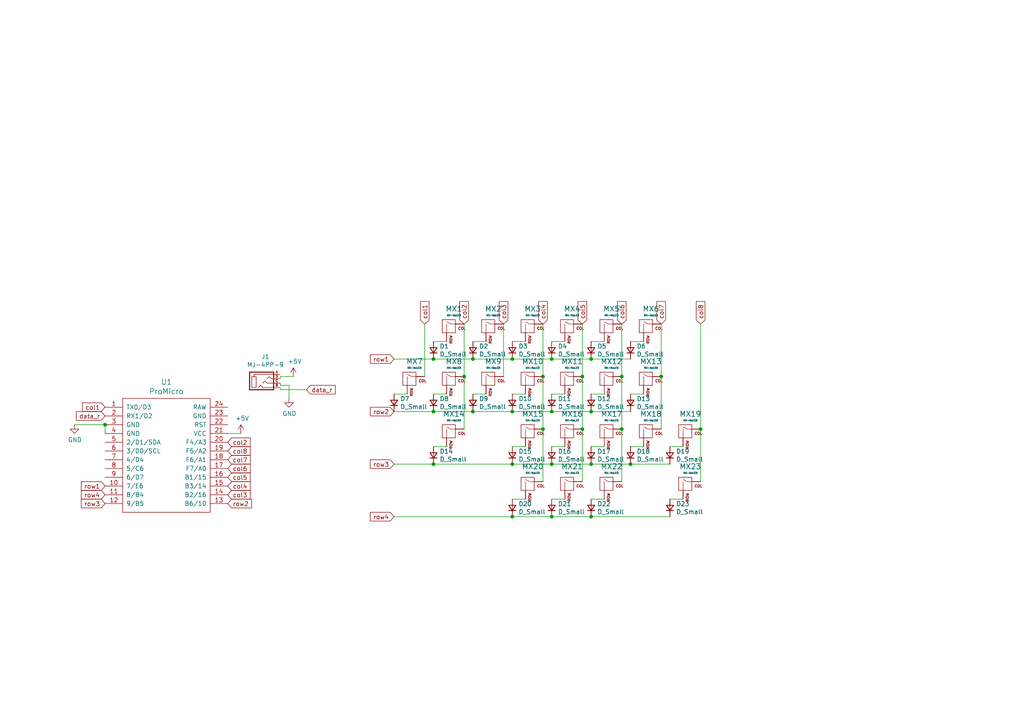
<source format=kicad_sch>
(kicad_sch (version 20211123) (generator eeschema)
  (paper "A4")
  (lib_symbols
    (symbol "Device:D_Small" (pin_numbers hide) (pin_names (offset 0.254) hide)
      (property "Reference" "D" (at -1.27 2.032 0))
      (property "Value" "D_Small" (at -3.81 -2.032 0))
      (symbol "D_Small_0_1"
        (polyline (pts (xy -0.762 -1.016) (xy -0.762 1.016)) (stroke (width 0.254)))
        (polyline (pts (xy -0.762 0) (xy 0.762 0)))
        (polyline (pts (xy 0.762 -1.016) (xy -0.762 0) (xy 0.762 1.016) (xy 0.762 -1.016)) (stroke (width 0.254)))
      )
      (symbol "D_Small_1_1"
        (pin passive line (at -2.54 0 0) (length 1.778) (name "K") (number "1"))
        (pin passive line (at 2.54 0 180) (length 1.778) (name "A") (number "2"))
      )
    )
    (symbol "MX_Alps_Hybrid:MX-NoLED" (pin_names (offset 1.016))
      (property "Reference" "MX" (at -0.635 3.81 0))
      (property "Value" "MX_Alps_Hybrid_MX-NoLED" (at -0.635 1.27 0))
      (symbol "MX-NoLED_0_0"
        (rectangle (start -2.54 2.54) (end 1.27 -1.27))
        (polyline (pts (xy -1.27 -1.27) (xy -1.27 1.27)) (stroke (width 0.127)))
        (polyline (pts (xy 1.27 1.27) (xy 0 1.27) (xy -1.27 1.905)) (stroke (width 0.127)))
        (text "COL" (at 3.175 0 0) (effects (font (size 0.762 0.762))))
        (text "ROW" (at 0 -1.905 900) (effects (font (size 0.762 0.762)) (justify right)))
      )
      (symbol "MX-NoLED_1_1"
        (pin passive line (at 3.81 1.27 180) (length 2.54) (name "COL") (number "1"))
        (pin passive line (at -1.27 -3.81 90) (length 2.54) (name "ROW") (number "2"))
      )
    )
    (symbol "WTL-Split-Left-rescue:MJ-4PP-9-kbd" (pin_names (offset 1.016))
      (property "Reference" "J" (at 0 3.81 0))
      (property "Value" "MJ-4PP-9-kbd" (at 0 -3.81 0))
      (symbol "MJ-4PP-9-kbd_0_1"
        (rectangle (start -1.905 -1.905) (end -3.175 1.27))
        (polyline (pts (xy -2.54 1.27) (xy -2.54 1.905) (xy 3.175 1.905)))
        (polyline (pts (xy -1.27 -1.905) (xy -0.635 -1.27) (xy 0 -1.905) (xy 3.175 -1.905)))
        (polyline (pts (xy 0 -0.635) (xy 0.635 0) (xy 1.27 -0.635) (xy 3.175 -0.635)))
        (polyline (pts (xy 1.27 0.635) (xy 1.905 1.27) (xy 2.54 0.635) (xy 3.175 0.635)))
        (rectangle (start 3.175 2.54) (end -3.81 -2.54) (stroke (width 0.3048)))
      )
      (symbol "MJ-4PP-9-kbd_1_1"
        (pin input line (at 5.08 1.905 180) (length 2.0066) (name "~") (number "A"))
        (pin input line (at 5.08 -1.905 180) (length 2.0066) (name "~") (number "B"))
        (pin input line (at 5.08 -0.635 180) (length 2.0066) (name "~") (number "C"))
        (pin input line (at 5.08 0.635 180) (length 2.0066) (name "~") (number "D"))
      )
    )
    (symbol "WTL-Split-Left-rescue:ProMicro-kbd" (pin_names (offset 1.016))
      (property "Reference" "U" (at 0 19.05 0))
      (property "Value" "ProMicro-kbd" (at 0 -19.05 0))
      (symbol "ProMicro-kbd_0_1"
        (rectangle (start -12.7 16.51) (end 12.7 -16.51))
      )
      (symbol "ProMicro-kbd_1_1"
        (pin bidirectional line (at -17.78 13.97 0) (length 5.08) (name "TX0/D3") (number "1"))
        (pin bidirectional line (at -17.78 -8.89 0) (length 5.08) (name "7/E6") (number "10"))
        (pin bidirectional line (at -17.78 -11.43 0) (length 5.08) (name "8/B4") (number "11"))
        (pin bidirectional line (at -17.78 -13.97 0) (length 5.08) (name "9/B5") (number "12"))
        (pin bidirectional line (at 17.78 -13.97 180) (length 5.08) (name "B6/10") (number "13"))
        (pin bidirectional line (at 17.78 -11.43 180) (length 5.08) (name "B2/16") (number "14"))
        (pin bidirectional line (at 17.78 -8.89 180) (length 5.08) (name "B3/14") (number "15"))
        (pin bidirectional line (at 17.78 -6.35 180) (length 5.08) (name "B1/15") (number "16"))
        (pin bidirectional line (at 17.78 -3.81 180) (length 5.08) (name "F7/A0") (number "17"))
        (pin bidirectional line (at 17.78 -1.27 180) (length 5.08) (name "F6/A1") (number "18"))
        (pin bidirectional line (at 17.78 1.27 180) (length 5.08) (name "F5/A2") (number "19"))
        (pin bidirectional line (at -17.78 11.43 0) (length 5.08) (name "RX1/D2") (number "2"))
        (pin bidirectional line (at 17.78 3.81 180) (length 5.08) (name "F4/A3") (number "20"))
        (pin power_in line (at 17.78 6.35 180) (length 5.08) (name "VCC") (number "21"))
        (pin input line (at 17.78 8.89 180) (length 5.08) (name "RST") (number "22"))
        (pin power_in line (at 17.78 11.43 180) (length 5.08) (name "GND") (number "23"))
        (pin power_out line (at 17.78 13.97 180) (length 5.08) (name "RAW") (number "24"))
        (pin power_in line (at -17.78 8.89 0) (length 5.08) (name "GND") (number "3"))
        (pin power_in line (at -17.78 6.35 0) (length 5.08) (name "GND") (number "4"))
        (pin bidirectional line (at -17.78 3.81 0) (length 5.08) (name "2/D1/SDA") (number "5"))
        (pin bidirectional line (at -17.78 1.27 0) (length 5.08) (name "3/D0/SCL") (number "6"))
        (pin bidirectional line (at -17.78 -1.27 0) (length 5.08) (name "4/D4") (number "7"))
        (pin bidirectional line (at -17.78 -3.81 0) (length 5.08) (name "5/C6") (number "8"))
        (pin bidirectional line (at -17.78 -6.35 0) (length 5.08) (name "6/D7") (number "9"))
      )
    )
    (symbol "power:+5V" (power) (pin_names (offset 0))
      (property "Value" "+5V" (at 0 3.556 0))
      (symbol "+5V_0_1"
        (polyline (pts (xy -0.762 1.27) (xy 0 2.54)))
        (polyline (pts (xy 0 0) (xy 0 2.54)))
        (polyline (pts (xy 0 2.54) (xy 0.762 1.27)))
      )
      (symbol "+5V_1_1"
        (pin power_in line (at 0 0 90) (length 0) hide (name "+5V") (number "1"))
      )
    )
    (symbol "power:GND" (power) (pin_names (offset 0))
      (property "Value" "GND" (at 0 -3.81 0))
      (symbol "GND_0_1"
        (polyline (pts (xy 0 0) (xy 0 -1.27) (xy 1.27 -1.27) (xy 0 -2.54) (xy -1.27 -1.27) (xy 0 -1.27)))
      )
      (symbol "GND_1_1"
        (pin power_in line (at 0 0 270) (length 0) hide (name "GND") (number "1"))
      )
    )
  )
  (junction (at 30.48 123.19))
  (junction (at 171.45 149.86))
  (junction (at 137.16 104.14))
  (junction (at 137.16 119.38))
  (junction (at 148.59 104.14))
  (junction (at 171.45 119.38))
  (junction (at 171.45 104.14))
  (junction (at 171.45 134.62))
  (junction (at 148.59 149.86))
  (junction (at 160.02 104.14))
  (junction (at 148.59 134.62))
  (junction (at 180.34 109.22))
  (junction (at 160.02 119.38))
  (junction (at 157.48 124.46))
  (junction (at 168.91 109.22))
  (junction (at 125.73 104.14))
  (junction (at 134.62 109.22))
  (junction (at 125.73 134.62))
  (junction (at 160.02 149.86))
  (junction (at 148.59 119.38))
  (junction (at 157.48 109.22))
  (junction (at 160.02 134.62))
  (junction (at 180.34 124.46))
  (junction (at 203.2 124.46))
  (junction (at 125.73 119.38))
  (junction (at 182.88 134.62))
  (junction (at 191.77 109.22))
  (junction (at 168.91 124.46))
  (wire (pts (xy 157.48 93.98) (xy 157.48 109.22)))
  (wire (pts (xy 182.88 134.62) (xy 194.31 134.62)))
  (wire (pts (xy 168.91 93.98) (xy 168.91 109.22)))
  (wire (pts (xy 81.28 111.125) (xy 81.28 111.76)))
  (wire (pts (xy 81.28 111.76) (xy 83.82 111.76)))
  (wire (pts (xy 182.88 99.06) (xy 186.69 99.06)))
  (wire (pts (xy 125.73 119.38) (xy 137.16 119.38)))
  (wire (pts (xy 171.45 149.86) (xy 194.31 149.86)))
  (wire (pts (xy 171.45 99.06) (xy 175.26 99.06)))
  (wire (pts (xy 180.34 109.22) (xy 180.34 124.46)))
  (wire (pts (xy 134.62 93.98) (xy 134.62 109.22)))
  (wire (pts (xy 137.16 119.38) (xy 148.59 119.38)))
  (wire (pts (xy 148.59 149.86) (xy 160.02 149.86)))
  (wire (pts (xy 125.73 134.62) (xy 148.59 134.62)))
  (wire (pts (xy 81.28 109.22) (xy 81.28 109.855)))
  (wire (pts (xy 148.59 104.14) (xy 137.16 104.14)))
  (wire (pts (xy 171.45 129.54) (xy 175.26 129.54)))
  (wire (pts (xy 160.02 144.78) (xy 163.83 144.78)))
  (wire (pts (xy 160.02 134.62) (xy 171.45 134.62)))
  (wire (pts (xy 81.28 113.03) (xy 88.9 113.03)))
  (wire (pts (xy 123.19 93.98) (xy 123.19 109.22)))
  (wire (pts (xy 125.73 129.54) (xy 129.54 129.54)))
  (wire (pts (xy 137.16 114.3) (xy 140.97 114.3)))
  (wire (pts (xy 21.59 123.19) (xy 30.48 123.19)))
  (wire (pts (xy 182.88 114.3) (xy 186.69 114.3)))
  (wire (pts (xy 134.62 109.22) (xy 134.62 124.46)))
  (wire (pts (xy 148.59 114.3) (xy 152.4 114.3)))
  (wire (pts (xy 160.02 99.06) (xy 163.83 99.06)))
  (wire (pts (xy 171.45 119.38) (xy 182.88 119.38)))
  (wire (pts (xy 148.59 129.54) (xy 152.4 129.54)))
  (wire (pts (xy 182.88 129.54) (xy 186.69 129.54)))
  (wire (pts (xy 125.73 104.14) (xy 137.16 104.14)))
  (wire (pts (xy 168.91 124.46) (xy 168.91 139.7)))
  (wire (pts (xy 171.45 144.78) (xy 175.26 144.78)))
  (wire (pts (xy 114.3 119.38) (xy 125.73 119.38)))
  (wire (pts (xy 137.16 99.06) (xy 140.97 99.06)))
  (wire (pts (xy 160.02 114.3) (xy 163.83 114.3)))
  (wire (pts (xy 157.48 124.46) (xy 157.48 139.7)))
  (wire (pts (xy 125.73 114.3) (xy 129.54 114.3)))
  (wire (pts (xy 191.77 93.98) (xy 191.77 109.22)))
  (wire (pts (xy 157.48 109.22) (xy 157.48 124.46)))
  (wire (pts (xy 114.3 134.62) (xy 125.73 134.62)))
  (wire (pts (xy 114.3 104.14) (xy 125.73 104.14)))
  (wire (pts (xy 160.02 119.38) (xy 171.45 119.38)))
  (wire (pts (xy 194.31 144.78) (xy 198.12 144.78)))
  (wire (pts (xy 148.59 144.78) (xy 152.4 144.78)))
  (wire (pts (xy 171.45 134.62) (xy 182.88 134.62)))
  (wire (pts (xy 171.45 114.3) (xy 175.26 114.3)))
  (wire (pts (xy 203.2 93.98) (xy 203.2 124.46)))
  (wire (pts (xy 148.59 119.38) (xy 160.02 119.38)))
  (wire (pts (xy 203.2 124.46) (xy 203.2 139.7)))
  (wire (pts (xy 66.04 125.73) (xy 69.85 125.73)))
  (wire (pts (xy 146.05 93.98) (xy 146.05 109.22)))
  (wire (pts (xy 83.82 111.76) (xy 83.82 115.57)))
  (wire (pts (xy 168.91 109.22) (xy 168.91 124.46)))
  (wire (pts (xy 148.59 134.62) (xy 160.02 134.62)))
  (wire (pts (xy 148.59 99.06) (xy 152.4 99.06)))
  (wire (pts (xy 180.34 93.98) (xy 180.34 109.22)))
  (wire (pts (xy 171.45 104.14) (xy 160.02 104.14)))
  (wire (pts (xy 114.3 149.86) (xy 148.59 149.86)))
  (wire (pts (xy 30.48 125.73) (xy 30.48 123.19)))
  (wire (pts (xy 160.02 104.14) (xy 148.59 104.14)))
  (wire (pts (xy 160.02 129.54) (xy 163.83 129.54)))
  (wire (pts (xy 191.77 109.22) (xy 191.77 124.46)))
  (wire (pts (xy 81.28 109.22) (xy 85.09 109.22)))
  (wire (pts (xy 194.31 129.54) (xy 198.12 129.54)))
  (wire (pts (xy 125.73 99.06) (xy 129.54 99.06)))
  (wire (pts (xy 180.34 124.46) (xy 180.34 139.7)))
  (wire (pts (xy 114.3 114.3) (xy 118.11 114.3)))
  (wire (pts (xy 182.88 104.14) (xy 171.45 104.14)))
  (wire (pts (xy 160.02 149.86) (xy 171.45 149.86)))
  (wire (pts (xy 81.28 112.395) (xy 81.28 113.03)))
  (global_label "row1" (shape input) (at 114.3 104.14 180) (property "Intersheet References" "${INTERSHEET_REFS}" (effects hide)))
  (global_label "col1" (shape input) (at 30.48 118.11 180) (property "Intersheet References" "${INTERSHEET_REFS}" (effects hide)))
  (global_label "col1" (shape input) (at 123.19 93.98 90) (property "Intersheet References" "${INTERSHEET_REFS}" (effects hide)))
  (global_label "col5" (shape input) (at 66.04 138.43 0) (property "Intersheet References" "${INTERSHEET_REFS}" (effects hide)))
  (global_label "col8" (shape input) (at 203.2 93.98 90) (property "Intersheet References" "${INTERSHEET_REFS}" (effects hide)))
  (global_label "row2" (shape input) (at 114.3 119.38 180) (property "Intersheet References" "${INTERSHEET_REFS}" (effects hide)))
  (global_label "col6" (shape input) (at 66.04 135.89 0) (property "Intersheet References" "${INTERSHEET_REFS}" (effects hide)))
  (global_label "col2" (shape input) (at 134.62 93.98 90) (property "Intersheet References" "${INTERSHEET_REFS}" (effects hide)))
  (global_label "col4" (shape input) (at 66.04 140.97 0) (property "Intersheet References" "${INTERSHEET_REFS}" (effects hide)))
  (global_label "row3" (shape input) (at 30.48 146.05 180) (property "Intersheet References" "${INTERSHEET_REFS}" (effects hide)))
  (global_label "col4" (shape input) (at 157.48 93.98 90) (property "Intersheet References" "${INTERSHEET_REFS}" (effects hide)))
  (global_label "col7" (shape input) (at 66.04 133.35 0) (property "Intersheet References" "${INTERSHEET_REFS}" (effects hide)))
  (global_label "col2" (shape input) (at 66.04 128.27 0) (property "Intersheet References" "${INTERSHEET_REFS}" (effects hide)))
  (global_label "row3" (shape input) (at 114.3 134.62 180) (property "Intersheet References" "${INTERSHEET_REFS}" (effects hide)))
  (global_label "col6" (shape input) (at 180.34 93.98 90) (property "Intersheet References" "${INTERSHEET_REFS}" (effects hide)))
  (global_label "row1" (shape input) (at 30.48 140.97 180) (property "Intersheet References" "${INTERSHEET_REFS}" (effects hide)))
  (global_label "col3" (shape input) (at 146.05 93.98 90) (property "Intersheet References" "${INTERSHEET_REFS}" (effects hide)))
  (global_label "col5" (shape input) (at 168.91 93.98 90) (property "Intersheet References" "${INTERSHEET_REFS}" (effects hide)))
  (global_label "col8" (shape input) (at 66.04 130.81 0) (property "Intersheet References" "${INTERSHEET_REFS}" (effects hide)))
  (global_label "data_r" (shape input) (at 88.9 113.03 0) (property "Intersheet References" "${INTERSHEET_REFS}" (effects hide)))
  (global_label "row4" (shape input) (at 114.3 149.86 180) (property "Intersheet References" "${INTERSHEET_REFS}" (effects hide)))
  (global_label "row2" (shape input) (at 66.04 146.05 0) (property "Intersheet References" "${INTERSHEET_REFS}" (effects hide)))
  (global_label "col7" (shape input) (at 191.77 93.98 90) (property "Intersheet References" "${INTERSHEET_REFS}" (effects hide)))
  (global_label "data_r" (shape input) (at 30.48 120.65 180) (property "Intersheet References" "${INTERSHEET_REFS}" (effects hide)))
  (global_label "row4" (shape input) (at 30.48 143.51 180) (property "Intersheet References" "${INTERSHEET_REFS}" (effects hide)))
  (global_label "col3" (shape input) (at 66.04 143.51 0) (property "Intersheet References" "${INTERSHEET_REFS}" (effects hide)))
  (symbol (lib_id "power:+5V") (at 69.85 125.73 0) (unit 1)
    (property "Reference" "#PWR0104" (effects hide))
    (property "Value" "+5V" (at 70.231 121.3358 0))
  )
  (symbol (lib_id "MX_Alps_Hybrid:MX-NoLED") (at 130.81 95.25 0) (unit 1)
    (property "Reference" "MX1" (at 131.6482 89.5858 0) (effects (font (size 1.524 1.524))))
    (property "Value" "MX-NoLED" (at 131.6482 91.4654 0) (effects (font (size 0.508 0.508))))
    (property "Footprint" "MX_Only:MXOnly-1U-NoLED" (effects hide))
  )
  (symbol (lib_id "Device:D_Small") (at 125.73 101.6 90) (unit 1)
    (property "Reference" "D1" (at 127.508 100.4316 90) (effects (justify right)))
    (property "Value" "D_Small" (at 127.508 102.743 90) (effects (justify right)))
    (property "Footprint" "kbd:D3_SMD_v2" (effects hide))
  )
  (symbol (lib_id "MX_Alps_Hybrid:MX-NoLED") (at 142.24 95.25 0) (unit 1)
    (property "Reference" "MX2" (at 143.0782 89.5858 0) (effects (font (size 1.524 1.524))))
    (property "Value" "MX-NoLED" (at 143.0782 91.4654 0) (effects (font (size 0.508 0.508))))
    (property "Footprint" "MX_Only:MXOnly-1U-NoLED" (effects hide))
  )
  (symbol (lib_id "Device:D_Small") (at 137.16 101.6 90) (unit 1)
    (property "Reference" "D2" (at 138.938 100.4316 90) (effects (justify right)))
    (property "Value" "D_Small" (at 138.938 102.743 90) (effects (justify right)))
    (property "Footprint" "kbd:D3_SMD_v2" (effects hide))
  )
  (symbol (lib_id "MX_Alps_Hybrid:MX-NoLED") (at 153.67 95.25 0) (unit 1)
    (property "Reference" "MX3" (at 154.5082 89.5858 0) (effects (font (size 1.524 1.524))))
    (property "Value" "MX-NoLED" (at 154.5082 91.4654 0) (effects (font (size 0.508 0.508))))
    (property "Footprint" "MX_Only:MXOnly-1U-NoLED" (effects hide))
  )
  (symbol (lib_id "Device:D_Small") (at 148.59 101.6 90) (unit 1)
    (property "Reference" "D3" (at 150.368 100.4316 90) (effects (justify right)))
    (property "Value" "D_Small" (at 150.368 102.743 90) (effects (justify right)))
    (property "Footprint" "kbd:D3_SMD_v2" (effects hide))
  )
  (symbol (lib_id "MX_Alps_Hybrid:MX-NoLED") (at 165.1 95.25 0) (unit 1)
    (property "Reference" "MX4" (at 165.9382 89.5858 0) (effects (font (size 1.524 1.524))))
    (property "Value" "MX-NoLED" (at 165.9382 91.4654 0) (effects (font (size 0.508 0.508))))
    (property "Footprint" "MX_Only:MXOnly-1U-NoLED" (effects hide))
  )
  (symbol (lib_id "Device:D_Small") (at 160.02 101.6 90) (unit 1)
    (property "Reference" "D4" (at 161.798 100.4316 90) (effects (justify right)))
    (property "Value" "D_Small" (at 161.798 102.743 90) (effects (justify right)))
    (property "Footprint" "kbd:D3_SMD_v2" (effects hide))
  )
  (symbol (lib_id "MX_Alps_Hybrid:MX-NoLED") (at 176.53 95.25 0) (unit 1)
    (property "Reference" "MX5" (at 177.3682 89.5858 0) (effects (font (size 1.524 1.524))))
    (property "Value" "MX-NoLED" (at 177.3682 91.4654 0) (effects (font (size 0.508 0.508))))
    (property "Footprint" "MX_Only:MXOnly-1U-NoLED" (effects hide))
  )
  (symbol (lib_id "Device:D_Small") (at 171.45 101.6 90) (unit 1)
    (property "Reference" "D5" (at 173.228 100.4316 90) (effects (justify right)))
    (property "Value" "D_Small" (at 173.228 102.743 90) (effects (justify right)))
    (property "Footprint" "kbd:D3_SMD_v2" (effects hide))
  )
  (symbol (lib_id "MX_Alps_Hybrid:MX-NoLED") (at 187.96 95.25 0) (unit 1)
    (property "Reference" "MX6" (at 188.7982 89.5858 0) (effects (font (size 1.524 1.524))))
    (property "Value" "MX-NoLED" (at 188.7982 91.4654 0) (effects (font (size 0.508 0.508))))
    (property "Footprint" "MX_Only:MXOnly-1U-NoLED" (effects hide))
  )
  (symbol (lib_id "Device:D_Small") (at 182.88 101.6 90) (unit 1)
    (property "Reference" "D6" (at 184.658 100.4316 90) (effects (justify right)))
    (property "Value" "D_Small" (at 184.658 102.743 90) (effects (justify right)))
    (property "Footprint" "kbd:D3_SMD_v2" (effects hide))
  )
  (symbol (lib_id "MX_Alps_Hybrid:MX-NoLED") (at 119.38 110.49 0) (unit 1)
    (property "Reference" "MX7" (at 120.2182 104.8258 0) (effects (font (size 1.524 1.524))))
    (property "Value" "MX-NoLED" (at 120.2182 106.7054 0) (effects (font (size 0.508 0.508))))
    (property "Footprint" "MX_Only:MXOnly-1U-NoLED" (effects hide))
  )
  (symbol (lib_id "Device:D_Small") (at 114.3 116.84 90) (unit 1)
    (property "Reference" "D7" (at 116.078 115.6716 90) (effects (justify right)))
    (property "Value" "D_Small" (at 116.078 117.983 90) (effects (justify right)))
    (property "Footprint" "kbd:D3_SMD_v2" (effects hide))
  )
  (symbol (lib_id "MX_Alps_Hybrid:MX-NoLED") (at 130.81 110.49 0) (unit 1)
    (property "Reference" "MX8" (at 131.6482 104.8258 0) (effects (font (size 1.524 1.524))))
    (property "Value" "MX-NoLED" (at 131.6482 106.7054 0) (effects (font (size 0.508 0.508))))
    (property "Footprint" "MX_Only:MXOnly-1U-NoLED" (effects hide))
  )
  (symbol (lib_id "Device:D_Small") (at 125.73 116.84 90) (unit 1)
    (property "Reference" "D8" (at 127.508 115.6716 90) (effects (justify right)))
    (property "Value" "D_Small" (at 127.508 117.983 90) (effects (justify right)))
    (property "Footprint" "kbd:D3_SMD_v2" (effects hide))
  )
  (symbol (lib_id "MX_Alps_Hybrid:MX-NoLED") (at 142.24 110.49 0) (unit 1)
    (property "Reference" "MX9" (at 143.0782 104.8258 0) (effects (font (size 1.524 1.524))))
    (property "Value" "MX-NoLED" (at 143.0782 106.7054 0) (effects (font (size 0.508 0.508))))
    (property "Footprint" "MX_Only:MXOnly-1U-NoLED" (effects hide))
  )
  (symbol (lib_id "Device:D_Small") (at 137.16 116.84 90) (unit 1)
    (property "Reference" "D9" (at 138.938 115.6716 90) (effects (justify right)))
    (property "Value" "D_Small" (at 138.938 117.983 90) (effects (justify right)))
    (property "Footprint" "kbd:D3_SMD_v2" (effects hide))
  )
  (symbol (lib_id "MX_Alps_Hybrid:MX-NoLED") (at 153.67 110.49 0) (unit 1)
    (property "Reference" "MX10" (at 154.5082 104.8258 0) (effects (font (size 1.524 1.524))))
    (property "Value" "MX-NoLED" (at 154.5082 106.7054 0) (effects (font (size 0.508 0.508))))
    (property "Footprint" "MX_Only:MXOnly-1U-NoLED" (effects hide))
  )
  (symbol (lib_id "Device:D_Small") (at 148.59 116.84 90) (unit 1)
    (property "Reference" "D10" (at 150.368 115.6716 90) (effects (justify right)))
    (property "Value" "D_Small" (at 150.368 117.983 90) (effects (justify right)))
    (property "Footprint" "kbd:D3_SMD_v2" (effects hide))
  )
  (symbol (lib_id "MX_Alps_Hybrid:MX-NoLED") (at 165.1 110.49 0) (unit 1)
    (property "Reference" "MX11" (at 165.9382 104.8258 0) (effects (font (size 1.524 1.524))))
    (property "Value" "MX-NoLED" (at 165.9382 106.7054 0) (effects (font (size 0.508 0.508))))
    (property "Footprint" "MX_Only:MXOnly-1U-NoLED" (effects hide))
  )
  (symbol (lib_id "Device:D_Small") (at 160.02 116.84 90) (unit 1)
    (property "Reference" "D11" (at 161.798 115.6716 90) (effects (justify right)))
    (property "Value" "D_Small" (at 161.798 117.983 90) (effects (justify right)))
    (property "Footprint" "kbd:D3_SMD_v2" (effects hide))
  )
  (symbol (lib_id "MX_Alps_Hybrid:MX-NoLED") (at 176.53 110.49 0) (unit 1)
    (property "Reference" "MX12" (at 177.3682 104.8258 0) (effects (font (size 1.524 1.524))))
    (property "Value" "MX-NoLED" (at 177.3682 106.7054 0) (effects (font (size 0.508 0.508))))
    (property "Footprint" "MX_Only:MXOnly-1U-NoLED" (effects hide))
  )
  (symbol (lib_id "Device:D_Small") (at 171.45 116.84 90) (unit 1)
    (property "Reference" "D12" (at 173.228 115.6716 90) (effects (justify right)))
    (property "Value" "D_Small" (at 173.228 117.983 90) (effects (justify right)))
    (property "Footprint" "kbd:D3_SMD_v2" (effects hide))
  )
  (symbol (lib_id "MX_Alps_Hybrid:MX-NoLED") (at 187.96 110.49 0) (unit 1)
    (property "Reference" "MX13" (at 188.7982 104.8258 0) (effects (font (size 1.524 1.524))))
    (property "Value" "MX-NoLED" (at 188.7982 106.7054 0) (effects (font (size 0.508 0.508))))
    (property "Footprint" "MX_Only:MXOnly-1U-NoLED" (effects hide))
  )
  (symbol (lib_id "Device:D_Small") (at 182.88 116.84 90) (unit 1)
    (property "Reference" "D13" (at 184.658 115.6716 90) (effects (justify right)))
    (property "Value" "D_Small" (at 184.658 117.983 90) (effects (justify right)))
    (property "Footprint" "kbd:D3_SMD_v2" (effects hide))
  )
  (symbol (lib_id "MX_Alps_Hybrid:MX-NoLED") (at 130.81 125.73 0) (unit 1)
    (property "Reference" "MX14" (at 131.6482 120.0658 0) (effects (font (size 1.524 1.524))))
    (property "Value" "MX-NoLED" (at 131.6482 121.9454 0) (effects (font (size 0.508 0.508))))
    (property "Footprint" "MX_Only:MXOnly-2.25U-ReversedStabilizers-NoLED" (effects hide))
  )
  (symbol (lib_id "Device:D_Small") (at 125.73 132.08 90) (unit 1)
    (property "Reference" "D14" (at 127.508 130.9116 90) (effects (justify right)))
    (property "Value" "D_Small" (at 127.508 133.223 90) (effects (justify right)))
    (property "Footprint" "kbd:D3_SMD_v2" (effects hide))
  )
  (symbol (lib_id "MX_Alps_Hybrid:MX-NoLED") (at 153.67 125.73 0) (unit 1)
    (property "Reference" "MX15" (at 154.5082 120.0658 0) (effects (font (size 1.524 1.524))))
    (property "Value" "MX-NoLED" (at 154.5082 121.9454 0) (effects (font (size 0.508 0.508))))
    (property "Footprint" "MX_Only:MXOnly-1U-NoLED" (effects hide))
  )
  (symbol (lib_id "Device:D_Small") (at 148.59 132.08 90) (unit 1)
    (property "Reference" "D15" (at 150.368 130.9116 90) (effects (justify right)))
    (property "Value" "D_Small" (at 150.368 133.223 90) (effects (justify right)))
    (property "Footprint" "kbd:D3_SMD_v2" (effects hide))
  )
  (symbol (lib_id "MX_Alps_Hybrid:MX-NoLED") (at 165.1 125.73 0) (unit 1)
    (property "Reference" "MX16" (at 165.9382 120.0658 0) (effects (font (size 1.524 1.524))))
    (property "Value" "MX-NoLED" (at 165.9382 121.9454 0) (effects (font (size 0.508 0.508))))
    (property "Footprint" "MX_Only:MXOnly-1U-NoLED" (effects hide))
  )
  (symbol (lib_id "Device:D_Small") (at 160.02 132.08 90) (unit 1)
    (property "Reference" "D16" (at 161.798 130.9116 90) (effects (justify right)))
    (property "Value" "D_Small" (at 161.798 133.223 90) (effects (justify right)))
    (property "Footprint" "kbd:D3_SMD_v2" (effects hide))
  )
  (symbol (lib_id "MX_Alps_Hybrid:MX-NoLED") (at 176.53 125.73 0) (unit 1)
    (property "Reference" "MX17" (at 177.3682 120.0658 0) (effects (font (size 1.524 1.524))))
    (property "Value" "MX-NoLED" (at 177.3682 121.9454 0) (effects (font (size 0.508 0.508))))
    (property "Footprint" "MX_Only:MXOnly-1U-NoLED" (effects hide))
  )
  (symbol (lib_id "Device:D_Small") (at 171.45 132.08 90) (unit 1)
    (property "Reference" "D17" (at 173.228 130.9116 90) (effects (justify right)))
    (property "Value" "D_Small" (at 173.228 133.223 90) (effects (justify right)))
    (property "Footprint" "kbd:D3_SMD_v2" (effects hide))
  )
  (symbol (lib_id "MX_Alps_Hybrid:MX-NoLED") (at 187.96 125.73 0) (unit 1)
    (property "Reference" "MX18" (at 188.7982 120.0658 0) (effects (font (size 1.524 1.524))))
    (property "Value" "MX-NoLED" (at 188.7982 121.9454 0) (effects (font (size 0.508 0.508))))
    (property "Footprint" "MX_Only:MXOnly-1U-NoLED" (effects hide))
  )
  (symbol (lib_id "Device:D_Small") (at 182.88 132.08 90) (unit 1)
    (property "Reference" "D18" (at 184.658 130.9116 90) (effects (justify right)))
    (property "Value" "D_Small" (at 184.658 133.223 90) (effects (justify right)))
    (property "Footprint" "kbd:D3_SMD_v2" (effects hide))
  )
  (symbol (lib_id "MX_Alps_Hybrid:MX-NoLED") (at 199.39 125.73 0) (unit 1)
    (property "Reference" "MX19" (at 200.2282 120.0658 0) (effects (font (size 1.524 1.524))))
    (property "Value" "MX-NoLED" (at 200.2282 121.9454 0) (effects (font (size 0.508 0.508))))
    (property "Footprint" "MX_Only:MXOnly-1U-NoLED" (effects hide))
  )
  (symbol (lib_id "Device:D_Small") (at 194.31 132.08 90) (unit 1)
    (property "Reference" "D19" (at 196.088 130.9116 90) (effects (justify right)))
    (property "Value" "D_Small" (at 196.088 133.223 90) (effects (justify right)))
    (property "Footprint" "kbd:D3_SMD_v2" (effects hide))
  )
  (symbol (lib_id "MX_Alps_Hybrid:MX-NoLED") (at 153.67 140.97 0) (unit 1)
    (property "Reference" "MX20" (at 154.5082 135.3058 0) (effects (font (size 1.524 1.524))))
    (property "Value" "MX-NoLED" (at 154.5082 137.1854 0) (effects (font (size 0.508 0.508))))
    (property "Footprint" "MX_Only:MXOnly-1U-NoLED" (effects hide))
  )
  (symbol (lib_id "Device:D_Small") (at 148.59 147.32 90) (unit 1)
    (property "Reference" "D20" (at 150.368 146.1516 90) (effects (justify right)))
    (property "Value" "D_Small" (at 150.368 148.463 90) (effects (justify right)))
    (property "Footprint" "kbd:D3_SMD_v2" (effects hide))
  )
  (symbol (lib_id "MX_Alps_Hybrid:MX-NoLED") (at 165.1 140.97 0) (unit 1)
    (property "Reference" "MX21" (at 165.9382 135.3058 0) (effects (font (size 1.524 1.524))))
    (property "Value" "MX-NoLED" (at 165.9382 137.1854 0) (effects (font (size 0.508 0.508))))
    (property "Footprint" "MX_Only:MXOnly-1U-NoLED" (effects hide))
  )
  (symbol (lib_id "Device:D_Small") (at 160.02 147.32 90) (unit 1)
    (property "Reference" "D21" (at 161.798 146.1516 90) (effects (justify right)))
    (property "Value" "D_Small" (at 161.798 148.463 90) (effects (justify right)))
    (property "Footprint" "kbd:D3_SMD_v2" (effects hide))
  )
  (symbol (lib_id "MX_Alps_Hybrid:MX-NoLED") (at 176.53 140.97 0) (unit 1)
    (property "Reference" "MX22" (at 177.3682 135.3058 0) (effects (font (size 1.524 1.524))))
    (property "Value" "MX-NoLED" (at 177.3682 137.1854 0) (effects (font (size 0.508 0.508))))
    (property "Footprint" "MX_Only:MXOnly-2U-ReversedStabilizers-NoLED" (effects hide))
  )
  (symbol (lib_id "Device:D_Small") (at 171.45 147.32 90) (unit 1)
    (property "Reference" "D22" (at 173.228 146.1516 90) (effects (justify right)))
    (property "Value" "D_Small" (at 173.228 148.463 90) (effects (justify right)))
    (property "Footprint" "kbd:D3_SMD_v2" (effects hide))
  )
  (symbol (lib_id "MX_Alps_Hybrid:MX-NoLED") (at 199.39 140.97 0) (unit 1)
    (property "Reference" "MX23" (at 200.2282 135.3058 0) (effects (font (size 1.524 1.524))))
    (property "Value" "MX-NoLED" (at 200.2282 137.1854 0) (effects (font (size 0.508 0.508))))
    (property "Footprint" "MX_Only:MXOnly-1U-NoLED" (effects hide))
  )
  (symbol (lib_id "Device:D_Small") (at 194.31 147.32 90) (unit 1)
    (property "Reference" "D23" (at 196.088 146.1516 90) (effects (justify right)))
    (property "Value" "D_Small" (at 196.088 148.463 90) (effects (justify right)))
    (property "Footprint" "kbd:D3_SMD_v2" (effects hide))
  )
  (symbol (lib_id "WTL-Split-Left-rescue:ProMicro-kbd") (at 48.26 132.08 0) (unit 1)
    (property "Reference" "U1" (at 48.26 110.8202 0) (effects (font (size 1.524 1.524))))
    (property "Value" "ProMicro" (at 48.26 113.5126 0) (effects (font (size 1.524 1.524))))
    (property "Footprint" "kbd:ProMicro_v3" (effects hide))
  )
  (symbol (lib_id "WTL-Split-Left-rescue:MJ-4PP-9-kbd") (at 76.2 110.49 0) (unit 1)
    (property "Reference" "J1" (at 76.9874 103.4796 0))
    (property "Value" "MJ-4PP-9" (at 76.9874 105.791 0))
    (property "Footprint" "kbd:MJ-4PP-9_1side" (effects hide))
  )
  (symbol (lib_id "power:GND") (at 83.82 115.57 0) (unit 1)
    (property "Reference" "#PWR0101" (effects hide))
    (property "Value" "GND" (at 83.947 119.9642 0))
  )
  (symbol (lib_id "power:+5V") (at 85.09 109.22 0) (unit 1)
    (property "Reference" "#PWR0102" (effects hide))
    (property "Value" "+5V" (at 85.471 104.8258 0))
  )
  (symbol (lib_id "power:GND") (at 21.59 123.19 0) (unit 1)
    (property "Reference" "#PWR0103" (effects hide))
    (property "Value" "GND" (at 21.717 127.5842 0))
  )
)
</source>
